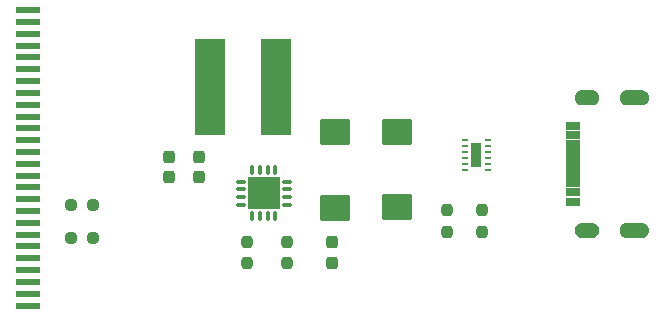
<source format=gbr>
%TF.GenerationSoftware,KiCad,Pcbnew,6.0.11+dfsg-1*%
%TF.CreationDate,2024-02-24T16:55:35-05:00*%
%TF.ProjectId,usb-c-expresscard,7573622d-632d-4657-9870-726573736361,rev?*%
%TF.SameCoordinates,Original*%
%TF.FileFunction,Soldermask,Top*%
%TF.FilePolarity,Negative*%
%FSLAX46Y46*%
G04 Gerber Fmt 4.6, Leading zero omitted, Abs format (unit mm)*
G04 Created by KiCad (PCBNEW 6.0.11+dfsg-1) date 2024-02-24 16:55:35*
%MOMM*%
%LPD*%
G01*
G04 APERTURE LIST*
G04 Aperture macros list*
%AMRoundRect*
0 Rectangle with rounded corners*
0 $1 Rounding radius*
0 $2 $3 $4 $5 $6 $7 $8 $9 X,Y pos of 4 corners*
0 Add a 4 corners polygon primitive as box body*
4,1,4,$2,$3,$4,$5,$6,$7,$8,$9,$2,$3,0*
0 Add four circle primitives for the rounded corners*
1,1,$1+$1,$2,$3*
1,1,$1+$1,$4,$5*
1,1,$1+$1,$6,$7*
1,1,$1+$1,$8,$9*
0 Add four rect primitives between the rounded corners*
20,1,$1+$1,$2,$3,$4,$5,0*
20,1,$1+$1,$4,$5,$6,$7,0*
20,1,$1+$1,$6,$7,$8,$9,0*
20,1,$1+$1,$8,$9,$2,$3,0*%
%AMFreePoly0*
4,1,5,1.000760,-0.247650,-1.000760,-0.247650,-1.000760,0.250190,1.000760,0.250190,1.000760,-0.247650,1.000760,-0.247650,$1*%
%AMFreePoly1*
4,1,5,1.000760,-0.248412,-1.000760,-0.248412,-1.000760,0.249428,1.000760,0.249428,1.000760,-0.248412,1.000760,-0.248412,$1*%
%AMFreePoly2*
4,1,5,1.000760,-0.249174,-1.000760,-0.249174,-1.000760,0.248666,1.000760,0.248666,1.000760,-0.249174,1.000760,-0.249174,$1*%
%AMFreePoly3*
4,1,5,1.000760,-0.249936,-1.000760,-0.249936,-1.000760,0.247904,1.000760,0.247904,1.000760,-0.249936,1.000760,-0.249936,$1*%
%AMFreePoly4*
4,1,5,1.000760,-0.248158,-1.000760,-0.248158,-1.000760,0.249682,1.000760,0.249682,1.000760,-0.248158,1.000760,-0.248158,$1*%
%AMFreePoly5*
4,1,5,1.000760,-0.248920,-1.000760,-0.248920,-1.000760,0.248920,1.000760,0.248920,1.000760,-0.248920,1.000760,-0.248920,$1*%
%AMFreePoly6*
4,1,5,1.000760,-0.249682,-1.000760,-0.249682,-1.000760,0.248158,1.000760,0.248158,1.000760,-0.249682,1.000760,-0.249682,$1*%
%AMFreePoly7*
4,1,5,1.000760,-0.247904,-1.000760,-0.247904,-1.000760,0.249936,1.000760,0.249936,1.000760,-0.247904,1.000760,-0.247904,$1*%
%AMFreePoly8*
4,1,5,1.000760,-0.248666,-1.000760,-0.248666,-1.000760,0.249174,1.000760,0.249174,1.000760,-0.248666,1.000760,-0.248666,$1*%
%AMFreePoly9*
4,1,5,1.000760,-0.249428,-1.000760,-0.249428,-1.000760,0.248412,1.000760,0.248412,1.000760,-0.249428,1.000760,-0.249428,$1*%
G04 Aperture macros list end*
%ADD10C,0.010000*%
%ADD11FreePoly0,180.000000*%
%ADD12FreePoly1,180.000000*%
%ADD13FreePoly2,180.000000*%
%ADD14FreePoly3,180.000000*%
%ADD15FreePoly4,180.000000*%
%ADD16FreePoly5,180.000000*%
%ADD17FreePoly6,180.000000*%
%ADD18FreePoly7,180.000000*%
%ADD19FreePoly8,180.000000*%
%ADD20FreePoly9,180.000000*%
%ADD21RoundRect,0.237500X-0.237500X0.300000X-0.237500X-0.300000X0.237500X-0.300000X0.237500X0.300000X0*%
%ADD22RoundRect,0.237500X0.250000X0.237500X-0.250000X0.237500X-0.250000X-0.237500X0.250000X-0.237500X0*%
%ADD23RoundRect,0.237500X-0.237500X0.250000X-0.237500X-0.250000X0.237500X-0.250000X0.237500X0.250000X0*%
%ADD24RoundRect,0.237500X0.237500X-0.300000X0.237500X0.300000X-0.237500X0.300000X-0.237500X-0.300000X0*%
%ADD25R,0.500126X0.279908*%
%ADD26R,0.900000X2.000000*%
%ADD27RoundRect,0.076200X0.550000X-0.300000X0.550000X0.300000X-0.550000X0.300000X-0.550000X-0.300000X0*%
%ADD28RoundRect,0.076200X0.550000X-0.150000X0.550000X0.150000X-0.550000X0.150000X-0.550000X-0.150000X0*%
%ADD29R,2.600000X8.200000*%
%ADD30RoundRect,0.250000X1.025000X-0.875000X1.025000X0.875000X-1.025000X0.875000X-1.025000X-0.875000X0*%
%ADD31RoundRect,0.237500X0.237500X-0.250000X0.237500X0.250000X-0.237500X0.250000X-0.237500X-0.250000X0*%
%ADD32R,2.700000X2.700000*%
%ADD33RoundRect,0.087500X0.087500X0.325000X-0.087500X0.325000X-0.087500X-0.325000X0.087500X-0.325000X0*%
%ADD34RoundRect,0.087500X0.325000X0.087500X-0.325000X0.087500X-0.325000X-0.087500X0.325000X-0.087500X0*%
G04 APERTURE END LIST*
%TO.C,J2*%
G36*
X190280500Y-99523000D02*
G01*
X190342500Y-99533000D01*
X190402500Y-99549000D01*
X190461500Y-99572000D01*
X190517500Y-99600000D01*
X190570500Y-99635000D01*
X190618500Y-99674000D01*
X190663500Y-99719000D01*
X190702500Y-99767000D01*
X190737500Y-99820000D01*
X190765500Y-99876000D01*
X190788500Y-99935000D01*
X190804500Y-99995000D01*
X190814500Y-100057000D01*
X190817500Y-100120000D01*
X190814500Y-100183000D01*
X190804500Y-100245000D01*
X190788500Y-100305000D01*
X190765500Y-100364000D01*
X190737500Y-100420000D01*
X190702500Y-100473000D01*
X190663500Y-100521000D01*
X190618500Y-100566000D01*
X190570500Y-100605000D01*
X190517500Y-100640000D01*
X190461500Y-100668000D01*
X190402500Y-100691000D01*
X190342500Y-100707000D01*
X190280500Y-100717000D01*
X190217500Y-100720000D01*
X189417500Y-100720000D01*
X189354500Y-100717000D01*
X189292500Y-100707000D01*
X189232500Y-100691000D01*
X189173500Y-100668000D01*
X189117500Y-100640000D01*
X189064500Y-100605000D01*
X189016500Y-100566000D01*
X188971500Y-100521000D01*
X188932500Y-100473000D01*
X188897500Y-100420000D01*
X188869500Y-100364000D01*
X188846500Y-100305000D01*
X188830500Y-100245000D01*
X188820500Y-100183000D01*
X188817500Y-100120000D01*
X188820500Y-100057000D01*
X188830500Y-99995000D01*
X188846500Y-99935000D01*
X188869500Y-99876000D01*
X188897500Y-99820000D01*
X188932500Y-99767000D01*
X188971500Y-99719000D01*
X189016500Y-99674000D01*
X189064500Y-99635000D01*
X189117500Y-99600000D01*
X189173500Y-99572000D01*
X189232500Y-99549000D01*
X189292500Y-99533000D01*
X189354500Y-99523000D01*
X189417500Y-99520000D01*
X190217500Y-99520000D01*
X190280500Y-99523000D01*
G37*
D10*
X190280500Y-99523000D02*
X190342500Y-99533000D01*
X190402500Y-99549000D01*
X190461500Y-99572000D01*
X190517500Y-99600000D01*
X190570500Y-99635000D01*
X190618500Y-99674000D01*
X190663500Y-99719000D01*
X190702500Y-99767000D01*
X190737500Y-99820000D01*
X190765500Y-99876000D01*
X190788500Y-99935000D01*
X190804500Y-99995000D01*
X190814500Y-100057000D01*
X190817500Y-100120000D01*
X190814500Y-100183000D01*
X190804500Y-100245000D01*
X190788500Y-100305000D01*
X190765500Y-100364000D01*
X190737500Y-100420000D01*
X190702500Y-100473000D01*
X190663500Y-100521000D01*
X190618500Y-100566000D01*
X190570500Y-100605000D01*
X190517500Y-100640000D01*
X190461500Y-100668000D01*
X190402500Y-100691000D01*
X190342500Y-100707000D01*
X190280500Y-100717000D01*
X190217500Y-100720000D01*
X189417500Y-100720000D01*
X189354500Y-100717000D01*
X189292500Y-100707000D01*
X189232500Y-100691000D01*
X189173500Y-100668000D01*
X189117500Y-100640000D01*
X189064500Y-100605000D01*
X189016500Y-100566000D01*
X188971500Y-100521000D01*
X188932500Y-100473000D01*
X188897500Y-100420000D01*
X188869500Y-100364000D01*
X188846500Y-100305000D01*
X188830500Y-100245000D01*
X188820500Y-100183000D01*
X188817500Y-100120000D01*
X188820500Y-100057000D01*
X188830500Y-99995000D01*
X188846500Y-99935000D01*
X188869500Y-99876000D01*
X188897500Y-99820000D01*
X188932500Y-99767000D01*
X188971500Y-99719000D01*
X189016500Y-99674000D01*
X189064500Y-99635000D01*
X189117500Y-99600000D01*
X189173500Y-99572000D01*
X189232500Y-99549000D01*
X189292500Y-99533000D01*
X189354500Y-99523000D01*
X189417500Y-99520000D01*
X190217500Y-99520000D01*
X190280500Y-99523000D01*
G36*
X194480500Y-88283000D02*
G01*
X194542500Y-88293000D01*
X194602500Y-88309000D01*
X194661500Y-88332000D01*
X194717500Y-88360000D01*
X194770500Y-88395000D01*
X194818500Y-88434000D01*
X194863500Y-88479000D01*
X194902500Y-88527000D01*
X194937500Y-88580000D01*
X194965500Y-88636000D01*
X194988500Y-88695000D01*
X195004500Y-88755000D01*
X195014500Y-88817000D01*
X195017500Y-88880000D01*
X195014500Y-88943000D01*
X195004500Y-89005000D01*
X194988500Y-89065000D01*
X194965500Y-89124000D01*
X194937500Y-89180000D01*
X194902500Y-89233000D01*
X194863500Y-89281000D01*
X194818500Y-89326000D01*
X194770500Y-89365000D01*
X194717500Y-89400000D01*
X194661500Y-89428000D01*
X194602500Y-89451000D01*
X194542500Y-89467000D01*
X194480500Y-89477000D01*
X194417500Y-89480000D01*
X193217500Y-89480000D01*
X193154500Y-89477000D01*
X193092500Y-89467000D01*
X193032500Y-89451000D01*
X192973500Y-89428000D01*
X192917500Y-89400000D01*
X192864500Y-89365000D01*
X192816500Y-89326000D01*
X192771500Y-89281000D01*
X192732500Y-89233000D01*
X192697500Y-89180000D01*
X192669500Y-89124000D01*
X192646500Y-89065000D01*
X192630500Y-89005000D01*
X192620500Y-88943000D01*
X192617500Y-88880000D01*
X192620500Y-88817000D01*
X192630500Y-88755000D01*
X192646500Y-88695000D01*
X192669500Y-88636000D01*
X192697500Y-88580000D01*
X192732500Y-88527000D01*
X192771500Y-88479000D01*
X192816500Y-88434000D01*
X192864500Y-88395000D01*
X192917500Y-88360000D01*
X192973500Y-88332000D01*
X193032500Y-88309000D01*
X193092500Y-88293000D01*
X193154500Y-88283000D01*
X193217500Y-88280000D01*
X194417500Y-88280000D01*
X194480500Y-88283000D01*
G37*
X194480500Y-88283000D02*
X194542500Y-88293000D01*
X194602500Y-88309000D01*
X194661500Y-88332000D01*
X194717500Y-88360000D01*
X194770500Y-88395000D01*
X194818500Y-88434000D01*
X194863500Y-88479000D01*
X194902500Y-88527000D01*
X194937500Y-88580000D01*
X194965500Y-88636000D01*
X194988500Y-88695000D01*
X195004500Y-88755000D01*
X195014500Y-88817000D01*
X195017500Y-88880000D01*
X195014500Y-88943000D01*
X195004500Y-89005000D01*
X194988500Y-89065000D01*
X194965500Y-89124000D01*
X194937500Y-89180000D01*
X194902500Y-89233000D01*
X194863500Y-89281000D01*
X194818500Y-89326000D01*
X194770500Y-89365000D01*
X194717500Y-89400000D01*
X194661500Y-89428000D01*
X194602500Y-89451000D01*
X194542500Y-89467000D01*
X194480500Y-89477000D01*
X194417500Y-89480000D01*
X193217500Y-89480000D01*
X193154500Y-89477000D01*
X193092500Y-89467000D01*
X193032500Y-89451000D01*
X192973500Y-89428000D01*
X192917500Y-89400000D01*
X192864500Y-89365000D01*
X192816500Y-89326000D01*
X192771500Y-89281000D01*
X192732500Y-89233000D01*
X192697500Y-89180000D01*
X192669500Y-89124000D01*
X192646500Y-89065000D01*
X192630500Y-89005000D01*
X192620500Y-88943000D01*
X192617500Y-88880000D01*
X192620500Y-88817000D01*
X192630500Y-88755000D01*
X192646500Y-88695000D01*
X192669500Y-88636000D01*
X192697500Y-88580000D01*
X192732500Y-88527000D01*
X192771500Y-88479000D01*
X192816500Y-88434000D01*
X192864500Y-88395000D01*
X192917500Y-88360000D01*
X192973500Y-88332000D01*
X193032500Y-88309000D01*
X193092500Y-88293000D01*
X193154500Y-88283000D01*
X193217500Y-88280000D01*
X194417500Y-88280000D01*
X194480500Y-88283000D01*
G36*
X194480500Y-99523000D02*
G01*
X194542500Y-99533000D01*
X194602500Y-99549000D01*
X194661500Y-99572000D01*
X194717500Y-99600000D01*
X194770500Y-99635000D01*
X194818500Y-99674000D01*
X194863500Y-99719000D01*
X194902500Y-99767000D01*
X194937500Y-99820000D01*
X194965500Y-99876000D01*
X194988500Y-99935000D01*
X195004500Y-99995000D01*
X195014500Y-100057000D01*
X195017500Y-100120000D01*
X195014500Y-100183000D01*
X195004500Y-100245000D01*
X194988500Y-100305000D01*
X194965500Y-100364000D01*
X194937500Y-100420000D01*
X194902500Y-100473000D01*
X194863500Y-100521000D01*
X194818500Y-100566000D01*
X194770500Y-100605000D01*
X194717500Y-100640000D01*
X194661500Y-100668000D01*
X194602500Y-100691000D01*
X194542500Y-100707000D01*
X194480500Y-100717000D01*
X194417500Y-100720000D01*
X193217500Y-100720000D01*
X193154500Y-100717000D01*
X193092500Y-100707000D01*
X193032500Y-100691000D01*
X192973500Y-100668000D01*
X192917500Y-100640000D01*
X192864500Y-100605000D01*
X192816500Y-100566000D01*
X192771500Y-100521000D01*
X192732500Y-100473000D01*
X192697500Y-100420000D01*
X192669500Y-100364000D01*
X192646500Y-100305000D01*
X192630500Y-100245000D01*
X192620500Y-100183000D01*
X192617500Y-100120000D01*
X192620500Y-100057000D01*
X192630500Y-99995000D01*
X192646500Y-99935000D01*
X192669500Y-99876000D01*
X192697500Y-99820000D01*
X192732500Y-99767000D01*
X192771500Y-99719000D01*
X192816500Y-99674000D01*
X192864500Y-99635000D01*
X192917500Y-99600000D01*
X192973500Y-99572000D01*
X193032500Y-99549000D01*
X193092500Y-99533000D01*
X193154500Y-99523000D01*
X193217500Y-99520000D01*
X194417500Y-99520000D01*
X194480500Y-99523000D01*
G37*
X194480500Y-99523000D02*
X194542500Y-99533000D01*
X194602500Y-99549000D01*
X194661500Y-99572000D01*
X194717500Y-99600000D01*
X194770500Y-99635000D01*
X194818500Y-99674000D01*
X194863500Y-99719000D01*
X194902500Y-99767000D01*
X194937500Y-99820000D01*
X194965500Y-99876000D01*
X194988500Y-99935000D01*
X195004500Y-99995000D01*
X195014500Y-100057000D01*
X195017500Y-100120000D01*
X195014500Y-100183000D01*
X195004500Y-100245000D01*
X194988500Y-100305000D01*
X194965500Y-100364000D01*
X194937500Y-100420000D01*
X194902500Y-100473000D01*
X194863500Y-100521000D01*
X194818500Y-100566000D01*
X194770500Y-100605000D01*
X194717500Y-100640000D01*
X194661500Y-100668000D01*
X194602500Y-100691000D01*
X194542500Y-100707000D01*
X194480500Y-100717000D01*
X194417500Y-100720000D01*
X193217500Y-100720000D01*
X193154500Y-100717000D01*
X193092500Y-100707000D01*
X193032500Y-100691000D01*
X192973500Y-100668000D01*
X192917500Y-100640000D01*
X192864500Y-100605000D01*
X192816500Y-100566000D01*
X192771500Y-100521000D01*
X192732500Y-100473000D01*
X192697500Y-100420000D01*
X192669500Y-100364000D01*
X192646500Y-100305000D01*
X192630500Y-100245000D01*
X192620500Y-100183000D01*
X192617500Y-100120000D01*
X192620500Y-100057000D01*
X192630500Y-99995000D01*
X192646500Y-99935000D01*
X192669500Y-99876000D01*
X192697500Y-99820000D01*
X192732500Y-99767000D01*
X192771500Y-99719000D01*
X192816500Y-99674000D01*
X192864500Y-99635000D01*
X192917500Y-99600000D01*
X192973500Y-99572000D01*
X193032500Y-99549000D01*
X193092500Y-99533000D01*
X193154500Y-99523000D01*
X193217500Y-99520000D01*
X194417500Y-99520000D01*
X194480500Y-99523000D01*
G36*
X190280500Y-88283000D02*
G01*
X190342500Y-88293000D01*
X190402500Y-88309000D01*
X190461500Y-88332000D01*
X190517500Y-88360000D01*
X190570500Y-88395000D01*
X190618500Y-88434000D01*
X190663500Y-88479000D01*
X190702500Y-88527000D01*
X190737500Y-88580000D01*
X190765500Y-88636000D01*
X190788500Y-88695000D01*
X190804500Y-88755000D01*
X190814500Y-88817000D01*
X190817500Y-88880000D01*
X190814500Y-88943000D01*
X190804500Y-89005000D01*
X190788500Y-89065000D01*
X190765500Y-89124000D01*
X190737500Y-89180000D01*
X190702500Y-89233000D01*
X190663500Y-89281000D01*
X190618500Y-89326000D01*
X190570500Y-89365000D01*
X190517500Y-89400000D01*
X190461500Y-89428000D01*
X190402500Y-89451000D01*
X190342500Y-89467000D01*
X190280500Y-89477000D01*
X190217500Y-89480000D01*
X189417500Y-89480000D01*
X189354500Y-89477000D01*
X189292500Y-89467000D01*
X189232500Y-89451000D01*
X189173500Y-89428000D01*
X189117500Y-89400000D01*
X189064500Y-89365000D01*
X189016500Y-89326000D01*
X188971500Y-89281000D01*
X188932500Y-89233000D01*
X188897500Y-89180000D01*
X188869500Y-89124000D01*
X188846500Y-89065000D01*
X188830500Y-89005000D01*
X188820500Y-88943000D01*
X188817500Y-88880000D01*
X188820500Y-88817000D01*
X188830500Y-88755000D01*
X188846500Y-88695000D01*
X188869500Y-88636000D01*
X188897500Y-88580000D01*
X188932500Y-88527000D01*
X188971500Y-88479000D01*
X189016500Y-88434000D01*
X189064500Y-88395000D01*
X189117500Y-88360000D01*
X189173500Y-88332000D01*
X189232500Y-88309000D01*
X189292500Y-88293000D01*
X189354500Y-88283000D01*
X189417500Y-88280000D01*
X190217500Y-88280000D01*
X190280500Y-88283000D01*
G37*
X190280500Y-88283000D02*
X190342500Y-88293000D01*
X190402500Y-88309000D01*
X190461500Y-88332000D01*
X190517500Y-88360000D01*
X190570500Y-88395000D01*
X190618500Y-88434000D01*
X190663500Y-88479000D01*
X190702500Y-88527000D01*
X190737500Y-88580000D01*
X190765500Y-88636000D01*
X190788500Y-88695000D01*
X190804500Y-88755000D01*
X190814500Y-88817000D01*
X190817500Y-88880000D01*
X190814500Y-88943000D01*
X190804500Y-89005000D01*
X190788500Y-89065000D01*
X190765500Y-89124000D01*
X190737500Y-89180000D01*
X190702500Y-89233000D01*
X190663500Y-89281000D01*
X190618500Y-89326000D01*
X190570500Y-89365000D01*
X190517500Y-89400000D01*
X190461500Y-89428000D01*
X190402500Y-89451000D01*
X190342500Y-89467000D01*
X190280500Y-89477000D01*
X190217500Y-89480000D01*
X189417500Y-89480000D01*
X189354500Y-89477000D01*
X189292500Y-89467000D01*
X189232500Y-89451000D01*
X189173500Y-89428000D01*
X189117500Y-89400000D01*
X189064500Y-89365000D01*
X189016500Y-89326000D01*
X188971500Y-89281000D01*
X188932500Y-89233000D01*
X188897500Y-89180000D01*
X188869500Y-89124000D01*
X188846500Y-89065000D01*
X188830500Y-89005000D01*
X188820500Y-88943000D01*
X188817500Y-88880000D01*
X188820500Y-88817000D01*
X188830500Y-88755000D01*
X188846500Y-88695000D01*
X188869500Y-88636000D01*
X188897500Y-88580000D01*
X188932500Y-88527000D01*
X188971500Y-88479000D01*
X189016500Y-88434000D01*
X189064500Y-88395000D01*
X189117500Y-88360000D01*
X189173500Y-88332000D01*
X189232500Y-88309000D01*
X189292500Y-88293000D01*
X189354500Y-88283000D01*
X189417500Y-88280000D01*
X190217500Y-88280000D01*
X190280500Y-88283000D01*
%TD*%
D11*
%TO.C,J1*%
X142500000Y-81498780D03*
D12*
X142500000Y-82499540D03*
D13*
X142500000Y-83500300D03*
D14*
X142500000Y-84501060D03*
D15*
X142500000Y-85499280D03*
D16*
X142500000Y-86500040D03*
D17*
X142500000Y-87500800D03*
D18*
X142500000Y-88499020D03*
D19*
X142500000Y-89499780D03*
D20*
X142500000Y-90500540D03*
D11*
X142500000Y-91498760D03*
D12*
X142500000Y-92499520D03*
D13*
X142500000Y-93500280D03*
D14*
X142500000Y-94501040D03*
D15*
X142500000Y-95499260D03*
D16*
X142500000Y-96500020D03*
D17*
X142500000Y-97500780D03*
D18*
X142500000Y-98499000D03*
D19*
X142500000Y-99499760D03*
D20*
X142500000Y-100500520D03*
D11*
X142500000Y-101498740D03*
D12*
X142500000Y-102499500D03*
D13*
X142500000Y-103500260D03*
D14*
X142500000Y-104501020D03*
D15*
X142500000Y-105499240D03*
D16*
X142500000Y-106500000D03*
%TD*%
D21*
%TO.C,C3*%
X168250000Y-101137500D03*
X168250000Y-102862500D03*
%TD*%
D22*
%TO.C,R2*%
X148000000Y-100750000D03*
X146175000Y-100750000D03*
%TD*%
D23*
%TO.C,R5*%
X178000000Y-98425000D03*
X178000000Y-100250000D03*
%TD*%
D24*
%TO.C,C1*%
X154500000Y-95612500D03*
X154500000Y-93887500D03*
%TD*%
D25*
%TO.C,U2*%
X179541277Y-92500000D03*
X179541277Y-92999999D03*
X179541277Y-93500000D03*
X179541277Y-94000000D03*
X179541277Y-94500001D03*
X179541277Y-95000000D03*
X181458723Y-95000000D03*
X181458723Y-94500001D03*
X181458723Y-94000000D03*
X181458723Y-93500000D03*
X181458723Y-92999999D03*
X181458723Y-92500000D03*
D26*
X180500000Y-93750000D03*
%TD*%
D27*
%TO.C,J2*%
X188667500Y-97700000D03*
X188667500Y-96900000D03*
D28*
X188667500Y-95750000D03*
X188667500Y-94750000D03*
X188667500Y-94250000D03*
X188667500Y-93250000D03*
D27*
X188667500Y-91300000D03*
X188667500Y-92100000D03*
D28*
X188667500Y-92750000D03*
X188667500Y-93750000D03*
X188667500Y-95250000D03*
X188667500Y-96250000D03*
%TD*%
D24*
%TO.C,C2*%
X157000000Y-95612500D03*
X157000000Y-93887500D03*
%TD*%
D22*
%TO.C,R1*%
X148000000Y-98000000D03*
X146175000Y-98000000D03*
%TD*%
D23*
%TO.C,R6*%
X181000000Y-98425000D03*
X181000000Y-100250000D03*
%TD*%
D29*
%TO.C,L1*%
X163550000Y-88000000D03*
X157950000Y-88000000D03*
%TD*%
D30*
%TO.C,C5*%
X173750000Y-98200000D03*
X173750000Y-91800000D03*
%TD*%
%TO.C,C4*%
X168500000Y-98250000D03*
X168500000Y-91850000D03*
%TD*%
D31*
%TO.C,R4*%
X161065000Y-102912500D03*
X161065000Y-101087500D03*
%TD*%
D23*
%TO.C,R3*%
X164500000Y-101087500D03*
X164500000Y-102912500D03*
%TD*%
D32*
%TO.C,U1*%
X162500000Y-97000000D03*
D33*
X163475000Y-98962500D03*
X162825000Y-98962500D03*
X162175000Y-98962500D03*
X161525000Y-98962500D03*
D34*
X160537500Y-97975000D03*
X160537500Y-97325000D03*
X160537500Y-96675000D03*
X160537500Y-96025000D03*
D33*
X161525000Y-95037500D03*
X162175000Y-95037500D03*
X162825000Y-95037500D03*
X163475000Y-95037500D03*
D34*
X164462500Y-96025000D03*
X164462500Y-96675000D03*
X164462500Y-97325000D03*
X164462500Y-97975000D03*
%TD*%
M02*

</source>
